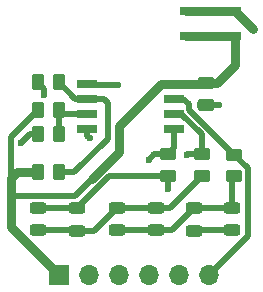
<source format=gbr>
%TF.GenerationSoftware,KiCad,Pcbnew,8.0.6*%
%TF.CreationDate,2024-11-27T13:53:32-03:00*%
%TF.ProjectId,keychain-thermometer,6b657963-6861-4696-9e2d-746865726d6f,rev?*%
%TF.SameCoordinates,Original*%
%TF.FileFunction,Copper,L1,Top*%
%TF.FilePolarity,Positive*%
%FSLAX46Y46*%
G04 Gerber Fmt 4.6, Leading zero omitted, Abs format (unit mm)*
G04 Created by KiCad (PCBNEW 8.0.6) date 2024-11-27 13:53:32*
%MOMM*%
%LPD*%
G01*
G04 APERTURE LIST*
G04 Aperture macros list*
%AMRoundRect*
0 Rectangle with rounded corners*
0 $1 Rounding radius*
0 $2 $3 $4 $5 $6 $7 $8 $9 X,Y pos of 4 corners*
0 Add a 4 corners polygon primitive as box body*
4,1,4,$2,$3,$4,$5,$6,$7,$8,$9,$2,$3,0*
0 Add four circle primitives for the rounded corners*
1,1,$1+$1,$2,$3*
1,1,$1+$1,$4,$5*
1,1,$1+$1,$6,$7*
1,1,$1+$1,$8,$9*
0 Add four rect primitives between the rounded corners*
20,1,$1+$1,$2,$3,$4,$5,0*
20,1,$1+$1,$4,$5,$6,$7,0*
20,1,$1+$1,$6,$7,$8,$9,0*
20,1,$1+$1,$8,$9,$2,$3,0*%
G04 Aperture macros list end*
%TA.AperFunction,SMDPad,CuDef*%
%ADD10RoundRect,0.250000X-0.475000X0.250000X-0.475000X-0.250000X0.475000X-0.250000X0.475000X0.250000X0*%
%TD*%
%TA.AperFunction,SMDPad,CuDef*%
%ADD11RoundRect,0.250000X-0.262500X-0.450000X0.262500X-0.450000X0.262500X0.450000X-0.262500X0.450000X0*%
%TD*%
%TA.AperFunction,SMDPad,CuDef*%
%ADD12RoundRect,0.250000X0.450000X-0.262500X0.450000X0.262500X-0.450000X0.262500X-0.450000X-0.262500X0*%
%TD*%
%TA.AperFunction,SMDPad,CuDef*%
%ADD13RoundRect,0.243750X0.456250X-0.243750X0.456250X0.243750X-0.456250X0.243750X-0.456250X-0.243750X0*%
%TD*%
%TA.AperFunction,SMDPad,CuDef*%
%ADD14RoundRect,0.243750X-0.456250X0.243750X-0.456250X-0.243750X0.456250X-0.243750X0.456250X0.243750X0*%
%TD*%
%TA.AperFunction,SMDPad,CuDef*%
%ADD15RoundRect,0.250000X0.262500X0.450000X-0.262500X0.450000X-0.262500X-0.450000X0.262500X-0.450000X0*%
%TD*%
%TA.AperFunction,SMDPad,CuDef*%
%ADD16RoundRect,0.250000X-0.450000X0.262500X-0.450000X-0.262500X0.450000X-0.262500X0.450000X0.262500X0*%
%TD*%
%TA.AperFunction,ComponentPad*%
%ADD17R,1.700000X1.700000*%
%TD*%
%TA.AperFunction,ComponentPad*%
%ADD18O,1.700000X1.700000*%
%TD*%
%TA.AperFunction,SMDPad,CuDef*%
%ADD19R,1.050000X0.650000*%
%TD*%
%TA.AperFunction,SMDPad,CuDef*%
%ADD20R,1.700000X0.650000*%
%TD*%
%TA.AperFunction,ViaPad*%
%ADD21C,0.600000*%
%TD*%
%TA.AperFunction,Conductor*%
%ADD22C,0.500000*%
%TD*%
%TA.AperFunction,Conductor*%
%ADD23C,0.750000*%
%TD*%
G04 APERTURE END LIST*
D10*
%TO.P,C1,1*%
%TO.N,VCC*%
X81300000Y-52850000D03*
%TO.P,C1,2*%
%TO.N,GND*%
X81300000Y-54750000D03*
%TD*%
D11*
%TO.P,R6,1*%
%TO.N,VCC*%
X67075000Y-55100000D03*
%TO.P,R6,2*%
%TO.N,REF*%
X68900000Y-55100000D03*
%TD*%
D12*
%TO.P,R2,1*%
%TO.N,Net-(D1-A)*%
X78100000Y-60712500D03*
%TO.P,R2,2*%
%TO.N,A*%
X78100000Y-58887500D03*
%TD*%
D13*
%TO.P,D3,1,K*%
%TO.N,Net-(D3-K)*%
X73800000Y-65300000D03*
%TO.P,D3,2,A*%
%TO.N,Net-(D1-K)*%
X73800000Y-63425000D03*
%TD*%
D14*
%TO.P,D2,1,K*%
%TO.N,Net-(D1-A)*%
X70400000Y-63462500D03*
%TO.P,D2,2,A*%
%TO.N,Net-(D1-K)*%
X70400000Y-65337500D03*
%TD*%
%TO.P,D5,1,K*%
%TO.N,Net-(D3-K)*%
X80300000Y-63462500D03*
%TO.P,D5,2,A*%
%TO.N,Net-(D1-A)*%
X80300000Y-65337500D03*
%TD*%
D15*
%TO.P,R5,1*%
%TO.N,REF*%
X68900000Y-57200000D03*
%TO.P,R5,2*%
%TO.N,GND*%
X67075000Y-57200000D03*
%TD*%
D16*
%TO.P,R4,1*%
%TO.N,C*%
X83700000Y-58900000D03*
%TO.P,R4,2*%
%TO.N,Net-(D3-K)*%
X83700000Y-60725000D03*
%TD*%
D13*
%TO.P,D6,1,K*%
%TO.N,Net-(D1-A)*%
X83500000Y-65300000D03*
%TO.P,D6,2,A*%
%TO.N,Net-(D3-K)*%
X83500000Y-63425000D03*
%TD*%
D11*
%TO.P,TH1,1*%
%TO.N,VCC*%
X67087500Y-60400000D03*
%TO.P,TH1,2*%
%TO.N,Temp*%
X68912500Y-60400000D03*
%TD*%
D17*
%TO.P,J1,1,Pin_1*%
%TO.N,VCC*%
X68850000Y-69100000D03*
D18*
%TO.P,J1,2,Pin_2*%
%TO.N,GND*%
X71390000Y-69100000D03*
%TO.P,J1,3,Pin_3*%
%TO.N,PB5-reset*%
X73930000Y-69100000D03*
%TO.P,J1,4,Pin_4*%
%TO.N,A*%
X76470000Y-69100000D03*
%TO.P,J1,5,Pin_5*%
%TO.N,B*%
X79010000Y-69100000D03*
%TO.P,J1,6,Pin_6*%
%TO.N,C*%
X81550000Y-69100000D03*
%TD*%
D15*
%TO.P,R1,1*%
%TO.N,Temp*%
X68912500Y-52800000D03*
%TO.P,R1,2*%
%TO.N,GND*%
X67087500Y-52800000D03*
%TD*%
D14*
%TO.P,D4,1,K*%
%TO.N,Net-(D1-K)*%
X77100000Y-63425000D03*
%TO.P,D4,2,A*%
%TO.N,Net-(D3-K)*%
X77100000Y-65300000D03*
%TD*%
D12*
%TO.P,R3,1*%
%TO.N,Net-(D1-K)*%
X81000000Y-60712500D03*
%TO.P,R3,2*%
%TO.N,B*%
X81000000Y-58887500D03*
%TD*%
D19*
%TO.P,SW1,1,1*%
%TO.N,Net-(BT1-+)*%
X79625000Y-46725000D03*
X83775000Y-46725000D03*
%TO.P,SW1,2,2*%
%TO.N,VCC*%
X79625000Y-48875000D03*
X83775000Y-48875000D03*
%TD*%
D13*
%TO.P,D1,1,K*%
%TO.N,Net-(D1-K)*%
X67100000Y-65300000D03*
%TO.P,D1,2,A*%
%TO.N,Net-(D1-A)*%
X67100000Y-63425000D03*
%TD*%
D20*
%TO.P,U1,1,~{RESET}/PB5*%
%TO.N,PB5-reset*%
X71300000Y-52900000D03*
%TO.P,U1,2,XTAL1/PB3*%
%TO.N,Temp*%
X71300000Y-54170000D03*
%TO.P,U1,3,XTAL2/PB4*%
%TO.N,REF*%
X71300000Y-55440000D03*
%TO.P,U1,4,GND*%
%TO.N,GND*%
X71300000Y-56710000D03*
%TO.P,U1,5,AREF/PB0*%
%TO.N,A*%
X78600000Y-56710000D03*
%TO.P,U1,6,PB1*%
%TO.N,B*%
X78600000Y-55440000D03*
%TO.P,U1,7,PB2*%
%TO.N,C*%
X78600000Y-54170000D03*
%TO.P,U1,8,VCC*%
%TO.N,VCC*%
X78600000Y-52900000D03*
%TD*%
D21*
%TO.N,GND*%
X82400000Y-54700000D03*
X65700000Y-57900000D03*
X71500000Y-57500000D03*
X67600000Y-53900000D03*
%TO.N,Net-(BT1-+)*%
X85300000Y-48250000D03*
%TO.N,Net-(D1-A)*%
X78100000Y-61800000D03*
X82000000Y-65300000D03*
%TO.N,B*%
X79700000Y-58900000D03*
%TO.N,PB5-reset*%
X73900000Y-53000000D03*
%TO.N,A*%
X76470000Y-59330000D03*
%TD*%
D22*
%TO.N,GND*%
X66400000Y-57200000D02*
X65700000Y-57900000D01*
X67600000Y-53900000D02*
X67600000Y-53312500D01*
X71300000Y-57300000D02*
X71300000Y-56710000D01*
X67600000Y-53312500D02*
X67087500Y-52800000D01*
X82400000Y-54700000D02*
X81350000Y-54700000D01*
X71500000Y-57500000D02*
X71300000Y-57300000D01*
X67075000Y-57200000D02*
X66400000Y-57200000D01*
X81350000Y-54700000D02*
X81300000Y-54750000D01*
D23*
%TO.N,Net-(BT1-+)*%
X83775000Y-46725000D02*
X79625000Y-46725000D01*
X85300000Y-48250000D02*
X83775000Y-46725000D01*
%TO.N,VCC*%
X78600000Y-52900000D02*
X77545000Y-52900000D01*
X64800000Y-62500000D02*
X64800000Y-65050000D01*
D22*
X64800000Y-57375000D02*
X64800000Y-60900000D01*
X70245774Y-62450000D02*
X64850000Y-62450000D01*
D23*
X83775000Y-51325000D02*
X82250000Y-52850000D01*
X78600000Y-52900000D02*
X81250000Y-52900000D01*
X65300000Y-60400000D02*
X64800000Y-60900000D01*
X79625000Y-48875000D02*
X83775000Y-48875000D01*
X81250000Y-52900000D02*
X81300000Y-52850000D01*
X74000000Y-58695774D02*
X71697887Y-60997887D01*
X82250000Y-52850000D02*
X81300000Y-52850000D01*
X77545000Y-52900000D02*
X74000000Y-56445000D01*
D22*
X64850000Y-62450000D02*
X64800000Y-62500000D01*
D23*
X66000000Y-60400000D02*
X65300000Y-60400000D01*
X74000000Y-56445000D02*
X74000000Y-58695774D01*
X64800000Y-60900000D02*
X64800000Y-62500000D01*
X64800000Y-65050000D02*
X68850000Y-69100000D01*
D22*
X71697887Y-60997887D02*
X70245774Y-62450000D01*
D23*
X67087500Y-60400000D02*
X66000000Y-60400000D01*
D22*
X67075000Y-55100000D02*
X64800000Y-57375000D01*
D23*
X83775000Y-48875000D02*
X83775000Y-51325000D01*
D22*
%TO.N,Net-(D1-K)*%
X70362500Y-65300000D02*
X70400000Y-65337500D01*
X78287500Y-63425000D02*
X81000000Y-60712500D01*
X77100000Y-63425000D02*
X78287500Y-63425000D01*
X67100000Y-65300000D02*
X70362500Y-65300000D01*
X70400000Y-65337500D02*
X71887500Y-65337500D01*
X71887500Y-65337500D02*
X73800000Y-63425000D01*
X73800000Y-63425000D02*
X77100000Y-63425000D01*
%TO.N,Net-(D1-A)*%
X78100000Y-60712500D02*
X73150000Y-60712500D01*
X70400000Y-63462500D02*
X67137500Y-63462500D01*
X82000000Y-65300000D02*
X80337500Y-65300000D01*
X67137500Y-63462500D02*
X67100000Y-63425000D01*
X78100000Y-61100000D02*
X78100000Y-61800000D01*
X80337500Y-65300000D02*
X80300000Y-65337500D01*
X83500000Y-65300000D02*
X82000000Y-65300000D01*
X73150000Y-60712500D02*
X70400000Y-63462500D01*
X78100000Y-60712500D02*
X78100000Y-61100000D01*
%TO.N,Net-(D3-K)*%
X83462500Y-63462500D02*
X83500000Y-63425000D01*
X83500000Y-60925000D02*
X83700000Y-60725000D01*
X78462500Y-65300000D02*
X80300000Y-63462500D01*
X77100000Y-65300000D02*
X78462500Y-65300000D01*
X83500000Y-63425000D02*
X83500000Y-60925000D01*
X73800000Y-65300000D02*
X77100000Y-65300000D01*
X80300000Y-63462500D02*
X83462500Y-63462500D01*
%TO.N,B*%
X81000000Y-58887500D02*
X79712500Y-58887500D01*
X79712500Y-58887500D02*
X79700000Y-58900000D01*
X78600000Y-55440000D02*
X79250050Y-55440000D01*
X79250050Y-55440000D02*
X81000000Y-57189950D01*
X81000000Y-57189950D02*
X81000000Y-58887500D01*
%TO.N,PB5-reset*%
X71400000Y-53000000D02*
X71300000Y-52900000D01*
X73900000Y-53000000D02*
X71400000Y-53000000D01*
%TO.N,A*%
X76912500Y-58887500D02*
X78100000Y-58887500D01*
X78600000Y-56710000D02*
X78600000Y-58387500D01*
X76470000Y-59330000D02*
X76912500Y-58887500D01*
X78600000Y-58387500D02*
X78100000Y-58887500D01*
%TO.N,C*%
X79405000Y-54170000D02*
X79900000Y-54665000D01*
X84850000Y-60050000D02*
X84850000Y-65800000D01*
X79900000Y-54665000D02*
X79900000Y-55100000D01*
X79900000Y-55100000D02*
X83700000Y-58900000D01*
X83700000Y-58900000D02*
X84850000Y-60050000D01*
X78600000Y-54170000D02*
X79405000Y-54170000D01*
X84850000Y-65800000D02*
X81550000Y-69100000D01*
%TO.N,Temp*%
X70282500Y-54170000D02*
X71300000Y-54170000D01*
X68912500Y-52800000D02*
X70282500Y-54170000D01*
X72670000Y-54170000D02*
X71300000Y-54170000D01*
X69050000Y-60400000D02*
X70160660Y-60400000D01*
X70160660Y-60400000D02*
X73000000Y-57560660D01*
X73000000Y-54500000D02*
X72670000Y-54170000D01*
X73000000Y-57560660D02*
X73000000Y-54500000D01*
%TO.N,REF*%
X68900000Y-57200000D02*
X68900000Y-55100000D01*
X69240000Y-55440000D02*
X68900000Y-55100000D01*
X71300000Y-55440000D02*
X69240000Y-55440000D01*
%TD*%
M02*

</source>
